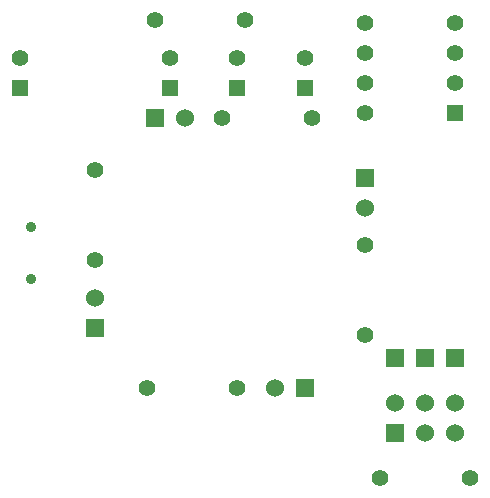
<source format=gbs>
G04 (created by PCBNEW (2013-07-07 BZR 4022)-stable) date 12/17/2014 5:13:16 PM*
%MOIN*%
G04 Gerber Fmt 3.4, Leading zero omitted, Abs format*
%FSLAX34Y34*%
G01*
G70*
G90*
G04 APERTURE LIST*
%ADD10C,0.00590551*%
%ADD11C,0.0354*%
%ADD12C,0.055*%
%ADD13R,0.06X0.06*%
%ADD14C,0.06*%
%ADD15R,0.055X0.055*%
G04 APERTURE END LIST*
G54D10*
G54D11*
X72885Y-50634D03*
X72885Y-52366D03*
G54D12*
X79750Y-56000D03*
X76750Y-56000D03*
X84000Y-51250D03*
X84000Y-54250D03*
X79250Y-47000D03*
X82250Y-47000D03*
X75000Y-51750D03*
X75000Y-48750D03*
X84500Y-59000D03*
X87500Y-59000D03*
X77000Y-43750D03*
X80000Y-43750D03*
G54D13*
X85000Y-57500D03*
G54D14*
X85000Y-56500D03*
X86000Y-57500D03*
X86000Y-56500D03*
X87000Y-57500D03*
X87000Y-56500D03*
G54D13*
X84000Y-49000D03*
G54D14*
X84000Y-50000D03*
G54D13*
X77000Y-47000D03*
G54D14*
X78000Y-47000D03*
G54D13*
X75000Y-54000D03*
G54D14*
X75000Y-53000D03*
G54D13*
X82000Y-56000D03*
G54D14*
X81000Y-56000D03*
G54D13*
X86000Y-55000D03*
X87000Y-55000D03*
X85000Y-55000D03*
G54D15*
X79750Y-46000D03*
G54D12*
X79750Y-45000D03*
G54D15*
X77500Y-46000D03*
G54D12*
X77500Y-45000D03*
G54D15*
X72500Y-46000D03*
G54D12*
X72500Y-45000D03*
G54D15*
X82000Y-46000D03*
G54D12*
X82000Y-45000D03*
G54D15*
X87000Y-46850D03*
G54D12*
X87000Y-45850D03*
X87000Y-44850D03*
X87000Y-43850D03*
X84000Y-43850D03*
X84000Y-44850D03*
X84000Y-45850D03*
X84000Y-46850D03*
M02*

</source>
